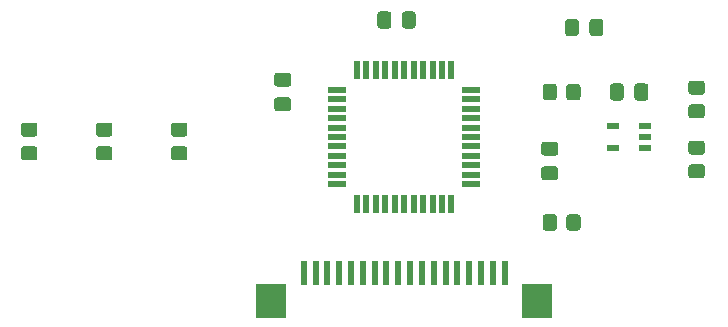
<source format=gbr>
%TF.GenerationSoftware,KiCad,Pcbnew,(5.1.9)-1*%
%TF.CreationDate,2021-05-22T07:15:07+01:00*%
%TF.ProjectId,RGBtoHDMI Amiga Denise CPLD FFC,52474274-6f48-4444-9d49-20416d696761,rev?*%
%TF.SameCoordinates,Original*%
%TF.FileFunction,Paste,Top*%
%TF.FilePolarity,Positive*%
%FSLAX46Y46*%
G04 Gerber Fmt 4.6, Leading zero omitted, Abs format (unit mm)*
G04 Created by KiCad (PCBNEW (5.1.9)-1) date 2021-05-22 07:15:07*
%MOMM*%
%LPD*%
G01*
G04 APERTURE LIST*
%ADD10R,2.500000X3.000000*%
%ADD11R,0.600000X2.000000*%
%ADD12R,1.050000X0.600000*%
%ADD13R,1.500000X0.550000*%
%ADD14R,0.550000X1.500000*%
G04 APERTURE END LIST*
D10*
%TO.C,FFC18*%
X137340000Y-104095000D03*
X159840000Y-104095000D03*
D11*
X157090000Y-101645000D03*
X156090000Y-101645000D03*
X155090000Y-101645000D03*
X154090000Y-101645000D03*
X153090000Y-101645000D03*
X152090000Y-101645000D03*
X151090000Y-101645000D03*
X150090000Y-101645000D03*
X149090000Y-101645000D03*
X148090000Y-101645000D03*
X147090000Y-101645000D03*
X146090000Y-101645000D03*
X145090000Y-101645000D03*
X144090000Y-101645000D03*
X143090000Y-101645000D03*
X142090000Y-101645000D03*
X141090000Y-101645000D03*
X140090000Y-101645000D03*
%TD*%
%TO.C,R7*%
G36*
G01*
X116389999Y-90951000D02*
X117290001Y-90951000D01*
G75*
G02*
X117540000Y-91200999I0J-249999D01*
G01*
X117540000Y-91901001D01*
G75*
G02*
X117290001Y-92151000I-249999J0D01*
G01*
X116389999Y-92151000D01*
G75*
G02*
X116140000Y-91901001I0J249999D01*
G01*
X116140000Y-91200999D01*
G75*
G02*
X116389999Y-90951000I249999J0D01*
G01*
G37*
G36*
G01*
X116389999Y-88951000D02*
X117290001Y-88951000D01*
G75*
G02*
X117540000Y-89200999I0J-249999D01*
G01*
X117540000Y-89901001D01*
G75*
G02*
X117290001Y-90151000I-249999J0D01*
G01*
X116389999Y-90151000D01*
G75*
G02*
X116140000Y-89901001I0J249999D01*
G01*
X116140000Y-89200999D01*
G75*
G02*
X116389999Y-88951000I249999J0D01*
G01*
G37*
%TD*%
%TO.C,R6*%
G36*
G01*
X122739999Y-90951000D02*
X123640001Y-90951000D01*
G75*
G02*
X123890000Y-91200999I0J-249999D01*
G01*
X123890000Y-91901001D01*
G75*
G02*
X123640001Y-92151000I-249999J0D01*
G01*
X122739999Y-92151000D01*
G75*
G02*
X122490000Y-91901001I0J249999D01*
G01*
X122490000Y-91200999D01*
G75*
G02*
X122739999Y-90951000I249999J0D01*
G01*
G37*
G36*
G01*
X122739999Y-88951000D02*
X123640001Y-88951000D01*
G75*
G02*
X123890000Y-89200999I0J-249999D01*
G01*
X123890000Y-89901001D01*
G75*
G02*
X123640001Y-90151000I-249999J0D01*
G01*
X122739999Y-90151000D01*
G75*
G02*
X122490000Y-89901001I0J249999D01*
G01*
X122490000Y-89200999D01*
G75*
G02*
X122739999Y-88951000I249999J0D01*
G01*
G37*
%TD*%
%TO.C,C5*%
G36*
G01*
X168090000Y-86835000D02*
X168090000Y-85885000D01*
G75*
G02*
X168340000Y-85635000I250000J0D01*
G01*
X169015000Y-85635000D01*
G75*
G02*
X169265000Y-85885000I0J-250000D01*
G01*
X169265000Y-86835000D01*
G75*
G02*
X169015000Y-87085000I-250000J0D01*
G01*
X168340000Y-87085000D01*
G75*
G02*
X168090000Y-86835000I0J250000D01*
G01*
G37*
G36*
G01*
X166015000Y-86835000D02*
X166015000Y-85885000D01*
G75*
G02*
X166265000Y-85635000I250000J0D01*
G01*
X166940000Y-85635000D01*
G75*
G02*
X167190000Y-85885000I0J-250000D01*
G01*
X167190000Y-86835000D01*
G75*
G02*
X166940000Y-87085000I-250000J0D01*
G01*
X166265000Y-87085000D01*
G75*
G02*
X166015000Y-86835000I0J250000D01*
G01*
G37*
%TD*%
D12*
%TO.C,U2*%
X168990000Y-91120000D03*
X168990000Y-90170000D03*
X168990000Y-89220000D03*
X166290000Y-89220000D03*
X166290000Y-91120000D03*
%TD*%
%TO.C,R5*%
G36*
G01*
X172904999Y-92475000D02*
X173805001Y-92475000D01*
G75*
G02*
X174055000Y-92724999I0J-249999D01*
G01*
X174055000Y-93425001D01*
G75*
G02*
X173805001Y-93675000I-249999J0D01*
G01*
X172904999Y-93675000D01*
G75*
G02*
X172655000Y-93425001I0J249999D01*
G01*
X172655000Y-92724999D01*
G75*
G02*
X172904999Y-92475000I249999J0D01*
G01*
G37*
G36*
G01*
X172904999Y-90475000D02*
X173805001Y-90475000D01*
G75*
G02*
X174055000Y-90724999I0J-249999D01*
G01*
X174055000Y-91425001D01*
G75*
G02*
X173805001Y-91675000I-249999J0D01*
G01*
X172904999Y-91675000D01*
G75*
G02*
X172655000Y-91425001I0J249999D01*
G01*
X172655000Y-90724999D01*
G75*
G02*
X172904999Y-90475000I249999J0D01*
G01*
G37*
%TD*%
%TO.C,R4*%
G36*
G01*
X172904999Y-87395000D02*
X173805001Y-87395000D01*
G75*
G02*
X174055000Y-87644999I0J-249999D01*
G01*
X174055000Y-88345001D01*
G75*
G02*
X173805001Y-88595000I-249999J0D01*
G01*
X172904999Y-88595000D01*
G75*
G02*
X172655000Y-88345001I0J249999D01*
G01*
X172655000Y-87644999D01*
G75*
G02*
X172904999Y-87395000I249999J0D01*
G01*
G37*
G36*
G01*
X172904999Y-85395000D02*
X173805001Y-85395000D01*
G75*
G02*
X174055000Y-85644999I0J-249999D01*
G01*
X174055000Y-86345001D01*
G75*
G02*
X173805001Y-86595000I-249999J0D01*
G01*
X172904999Y-86595000D01*
G75*
G02*
X172655000Y-86345001I0J249999D01*
G01*
X172655000Y-85644999D01*
G75*
G02*
X172904999Y-85395000I249999J0D01*
G01*
G37*
%TD*%
%TO.C,C1*%
G36*
G01*
X164280000Y-81374000D02*
X164280000Y-80424000D01*
G75*
G02*
X164530000Y-80174000I250000J0D01*
G01*
X165205000Y-80174000D01*
G75*
G02*
X165455000Y-80424000I0J-250000D01*
G01*
X165455000Y-81374000D01*
G75*
G02*
X165205000Y-81624000I-250000J0D01*
G01*
X164530000Y-81624000D01*
G75*
G02*
X164280000Y-81374000I0J250000D01*
G01*
G37*
G36*
G01*
X162205000Y-81374000D02*
X162205000Y-80424000D01*
G75*
G02*
X162455000Y-80174000I250000J0D01*
G01*
X163130000Y-80174000D01*
G75*
G02*
X163380000Y-80424000I0J-250000D01*
G01*
X163380000Y-81374000D01*
G75*
G02*
X163130000Y-81624000I-250000J0D01*
G01*
X162455000Y-81624000D01*
G75*
G02*
X162205000Y-81374000I0J250000D01*
G01*
G37*
%TD*%
%TO.C,R3*%
G36*
G01*
X162325000Y-86810001D02*
X162325000Y-85909999D01*
G75*
G02*
X162574999Y-85660000I249999J0D01*
G01*
X163275001Y-85660000D01*
G75*
G02*
X163525000Y-85909999I0J-249999D01*
G01*
X163525000Y-86810001D01*
G75*
G02*
X163275001Y-87060000I-249999J0D01*
G01*
X162574999Y-87060000D01*
G75*
G02*
X162325000Y-86810001I0J249999D01*
G01*
G37*
G36*
G01*
X160325000Y-86810001D02*
X160325000Y-85909999D01*
G75*
G02*
X160574999Y-85660000I249999J0D01*
G01*
X161275001Y-85660000D01*
G75*
G02*
X161525000Y-85909999I0J-249999D01*
G01*
X161525000Y-86810001D01*
G75*
G02*
X161275001Y-87060000I-249999J0D01*
G01*
X160574999Y-87060000D01*
G75*
G02*
X160325000Y-86810001I0J249999D01*
G01*
G37*
%TD*%
%TO.C,R2*%
G36*
G01*
X162325000Y-97859001D02*
X162325000Y-96958999D01*
G75*
G02*
X162574999Y-96709000I249999J0D01*
G01*
X163275001Y-96709000D01*
G75*
G02*
X163525000Y-96958999I0J-249999D01*
G01*
X163525000Y-97859001D01*
G75*
G02*
X163275001Y-98109000I-249999J0D01*
G01*
X162574999Y-98109000D01*
G75*
G02*
X162325000Y-97859001I0J249999D01*
G01*
G37*
G36*
G01*
X160325000Y-97859001D02*
X160325000Y-96958999D01*
G75*
G02*
X160574999Y-96709000I249999J0D01*
G01*
X161275001Y-96709000D01*
G75*
G02*
X161525000Y-96958999I0J-249999D01*
G01*
X161525000Y-97859001D01*
G75*
G02*
X161275001Y-98109000I-249999J0D01*
G01*
X160574999Y-98109000D01*
G75*
G02*
X160325000Y-97859001I0J249999D01*
G01*
G37*
%TD*%
%TO.C,R1*%
G36*
G01*
X129089999Y-90951000D02*
X129990001Y-90951000D01*
G75*
G02*
X130240000Y-91200999I0J-249999D01*
G01*
X130240000Y-91901001D01*
G75*
G02*
X129990001Y-92151000I-249999J0D01*
G01*
X129089999Y-92151000D01*
G75*
G02*
X128840000Y-91901001I0J249999D01*
G01*
X128840000Y-91200999D01*
G75*
G02*
X129089999Y-90951000I249999J0D01*
G01*
G37*
G36*
G01*
X129089999Y-88951000D02*
X129990001Y-88951000D01*
G75*
G02*
X130240000Y-89200999I0J-249999D01*
G01*
X130240000Y-89901001D01*
G75*
G02*
X129990001Y-90151000I-249999J0D01*
G01*
X129089999Y-90151000D01*
G75*
G02*
X128840000Y-89901001I0J249999D01*
G01*
X128840000Y-89200999D01*
G75*
G02*
X129089999Y-88951000I249999J0D01*
G01*
G37*
%TD*%
%TO.C,C4*%
G36*
G01*
X138778000Y-85910000D02*
X137828000Y-85910000D01*
G75*
G02*
X137578000Y-85660000I0J250000D01*
G01*
X137578000Y-84985000D01*
G75*
G02*
X137828000Y-84735000I250000J0D01*
G01*
X138778000Y-84735000D01*
G75*
G02*
X139028000Y-84985000I0J-250000D01*
G01*
X139028000Y-85660000D01*
G75*
G02*
X138778000Y-85910000I-250000J0D01*
G01*
G37*
G36*
G01*
X138778000Y-87985000D02*
X137828000Y-87985000D01*
G75*
G02*
X137578000Y-87735000I0J250000D01*
G01*
X137578000Y-87060000D01*
G75*
G02*
X137828000Y-86810000I250000J0D01*
G01*
X138778000Y-86810000D01*
G75*
G02*
X139028000Y-87060000I0J-250000D01*
G01*
X139028000Y-87735000D01*
G75*
G02*
X138778000Y-87985000I-250000J0D01*
G01*
G37*
%TD*%
%TO.C,C3*%
G36*
G01*
X160434000Y-92652000D02*
X161384000Y-92652000D01*
G75*
G02*
X161634000Y-92902000I0J-250000D01*
G01*
X161634000Y-93577000D01*
G75*
G02*
X161384000Y-93827000I-250000J0D01*
G01*
X160434000Y-93827000D01*
G75*
G02*
X160184000Y-93577000I0J250000D01*
G01*
X160184000Y-92902000D01*
G75*
G02*
X160434000Y-92652000I250000J0D01*
G01*
G37*
G36*
G01*
X160434000Y-90577000D02*
X161384000Y-90577000D01*
G75*
G02*
X161634000Y-90827000I0J-250000D01*
G01*
X161634000Y-91502000D01*
G75*
G02*
X161384000Y-91752000I-250000J0D01*
G01*
X160434000Y-91752000D01*
G75*
G02*
X160184000Y-91502000I0J250000D01*
G01*
X160184000Y-90827000D01*
G75*
G02*
X160434000Y-90577000I250000J0D01*
G01*
G37*
%TD*%
%TO.C,C2*%
G36*
G01*
X147505000Y-79789000D02*
X147505000Y-80739000D01*
G75*
G02*
X147255000Y-80989000I-250000J0D01*
G01*
X146580000Y-80989000D01*
G75*
G02*
X146330000Y-80739000I0J250000D01*
G01*
X146330000Y-79789000D01*
G75*
G02*
X146580000Y-79539000I250000J0D01*
G01*
X147255000Y-79539000D01*
G75*
G02*
X147505000Y-79789000I0J-250000D01*
G01*
G37*
G36*
G01*
X149580000Y-79789000D02*
X149580000Y-80739000D01*
G75*
G02*
X149330000Y-80989000I-250000J0D01*
G01*
X148655000Y-80989000D01*
G75*
G02*
X148405000Y-80739000I0J250000D01*
G01*
X148405000Y-79789000D01*
G75*
G02*
X148655000Y-79539000I250000J0D01*
G01*
X149330000Y-79539000D01*
G75*
G02*
X149580000Y-79789000I0J-250000D01*
G01*
G37*
%TD*%
D13*
%TO.C,U1*%
X142890000Y-94170000D03*
X142890000Y-93370000D03*
X142890000Y-92570000D03*
X142890000Y-91770000D03*
X142890000Y-90970000D03*
X142890000Y-90170000D03*
X142890000Y-89370000D03*
X142890000Y-88570000D03*
X142890000Y-87770000D03*
X142890000Y-86970000D03*
X142890000Y-86170000D03*
D14*
X144590000Y-84470000D03*
X145390000Y-84470000D03*
X146190000Y-84470000D03*
X146990000Y-84470000D03*
X147790000Y-84470000D03*
X148590000Y-84470000D03*
X149390000Y-84470000D03*
X150190000Y-84470000D03*
X150990000Y-84470000D03*
X151790000Y-84470000D03*
X152590000Y-84470000D03*
D13*
X154290000Y-86170000D03*
X154290000Y-86970000D03*
X154290000Y-87770000D03*
X154290000Y-88570000D03*
X154290000Y-89370000D03*
X154290000Y-90170000D03*
X154290000Y-90970000D03*
X154290000Y-91770000D03*
X154290000Y-92570000D03*
X154290000Y-93370000D03*
X154290000Y-94170000D03*
D14*
X152590000Y-95870000D03*
X151790000Y-95870000D03*
X150990000Y-95870000D03*
X150190000Y-95870000D03*
X149390000Y-95870000D03*
X148590000Y-95870000D03*
X147790000Y-95870000D03*
X146990000Y-95870000D03*
X146190000Y-95870000D03*
X145390000Y-95870000D03*
X144590000Y-95870000D03*
%TD*%
M02*

</source>
